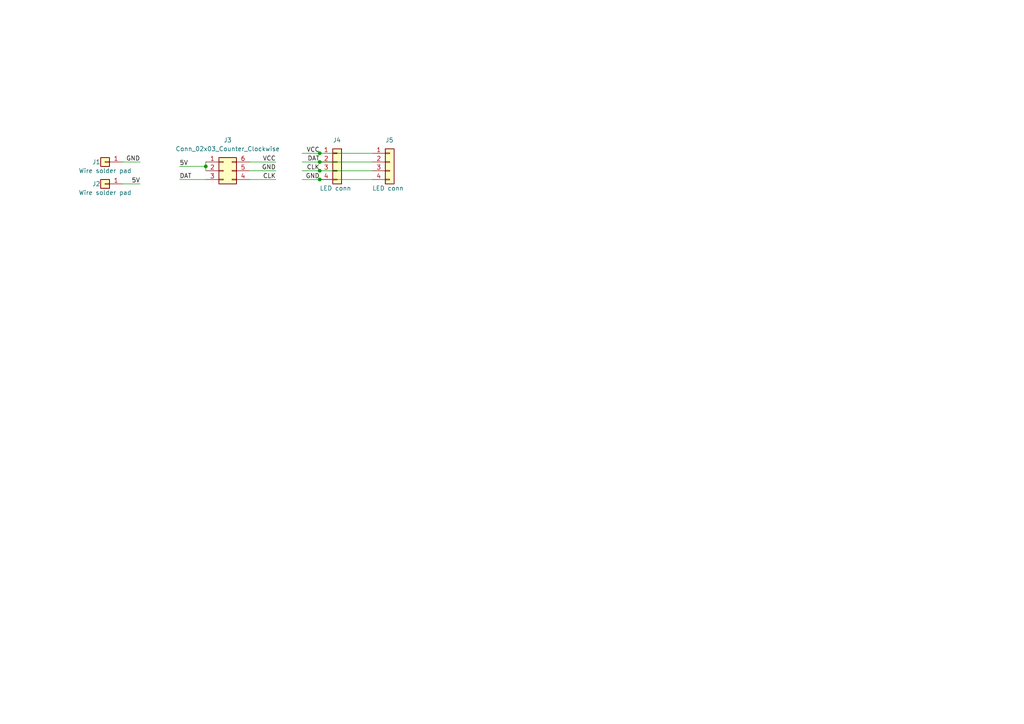
<source format=kicad_sch>
(kicad_sch (version 20211123) (generator eeschema)
  (paper "A4")
  (lib_symbols
    (symbol "Connector_Generic:Conn_01x01" (pin_names (offset 1.016) hide)
      (property "Reference" "J" (at 0 2.54 0))
      (property "Value" "Conn_01x01" (at 0 -2.54 0))
      (symbol "Conn_01x01_1_1"
        (rectangle (start -1.27 0.127) (end 0 -0.127) (stroke (width 0.1524)))
        (rectangle (start -1.27 1.27) (end 1.27 -1.27) (stroke (width 0.254)) (fill (type background)))
        (pin passive line (at -5.08 0 0) (length 3.81) (name "Pin_1") (number "1"))
      )
    )
    (symbol "Connector_Generic:Conn_01x04" (pin_names (offset 1.016) hide)
      (property "Reference" "J" (at 0 5.08 0))
      (property "Value" "Conn_01x04" (at 0 -7.62 0))
      (symbol "Conn_01x04_1_1"
        (rectangle (start -1.27 -4.953) (end 0 -5.207) (stroke (width 0.1524)))
        (rectangle (start -1.27 -2.413) (end 0 -2.667) (stroke (width 0.1524)))
        (rectangle (start -1.27 0.127) (end 0 -0.127) (stroke (width 0.1524)))
        (rectangle (start -1.27 2.667) (end 0 2.413) (stroke (width 0.1524)))
        (rectangle (start -1.27 3.81) (end 1.27 -6.35) (stroke (width 0.254)) (fill (type background)))
        (pin passive line (at -5.08 2.54 0) (length 3.81) (name "Pin_1") (number "1"))
        (pin passive line (at -5.08 0 0) (length 3.81) (name "Pin_2") (number "2"))
        (pin passive line (at -5.08 -2.54 0) (length 3.81) (name "Pin_3") (number "3"))
        (pin passive line (at -5.08 -5.08 0) (length 3.81) (name "Pin_4") (number "4"))
      )
    )
    (symbol "Connector_Generic:Conn_02x03_Counter_Clockwise" (pin_names (offset 1.016) hide)
      (property "Reference" "J" (at 1.27 5.08 0))
      (property "Value" "Conn_02x03_Counter_Clockwise" (at 1.27 -5.08 0))
      (symbol "Conn_02x03_Counter_Clockwise_1_1"
        (rectangle (start -1.27 -2.413) (end 0 -2.667) (stroke (width 0.1524)))
        (rectangle (start -1.27 0.127) (end 0 -0.127) (stroke (width 0.1524)))
        (rectangle (start -1.27 2.667) (end 0 2.413) (stroke (width 0.1524)))
        (rectangle (start -1.27 3.81) (end 3.81 -3.81) (stroke (width 0.254)) (fill (type background)))
        (rectangle (start 3.81 -2.413) (end 2.54 -2.667) (stroke (width 0.1524)))
        (rectangle (start 3.81 0.127) (end 2.54 -0.127) (stroke (width 0.1524)))
        (rectangle (start 3.81 2.667) (end 2.54 2.413) (stroke (width 0.1524)))
        (pin passive line (at -5.08 2.54 0) (length 3.81) (name "Pin_1") (number "1"))
        (pin passive line (at -5.08 0 0) (length 3.81) (name "Pin_2") (number "2"))
        (pin passive line (at -5.08 -2.54 0) (length 3.81) (name "Pin_3") (number "3"))
        (pin passive line (at 7.62 -2.54 180) (length 3.81) (name "Pin_4") (number "4"))
        (pin passive line (at 7.62 0 180) (length 3.81) (name "Pin_5") (number "5"))
        (pin passive line (at 7.62 2.54 180) (length 3.81) (name "Pin_6") (number "6"))
      )
    )
  )
  (junction (at 92.71 44.45))
  (junction (at 92.71 49.53))
  (junction (at 92.71 52.07))
  (junction (at 59.69 48.26))
  (junction (at 92.71 46.99))
  (wire (pts (xy 35.56 46.99) (xy 40.64 46.99)))
  (wire (pts (xy 92.71 44.45) (xy 107.95 44.45)))
  (wire (pts (xy 72.39 49.53) (xy 80.01 49.53)))
  (wire (pts (xy 72.39 46.99) (xy 80.01 46.99)))
  (wire (pts (xy 72.39 52.07) (xy 80.01 52.07)))
  (wire (pts (xy 52.07 52.07) (xy 59.69 52.07)))
  (wire (pts (xy 92.71 46.99) (xy 107.95 46.99)))
  (wire (pts (xy 59.69 48.26) (xy 59.69 49.53)))
  (wire (pts (xy 87.63 44.45) (xy 92.71 44.45)))
  (wire (pts (xy 87.63 46.99) (xy 92.71 46.99)))
  (wire (pts (xy 92.71 52.07) (xy 107.95 52.07)))
  (wire (pts (xy 59.69 46.99) (xy 59.69 48.26)))
  (wire (pts (xy 92.71 49.53) (xy 107.95 49.53)))
  (wire (pts (xy 52.07 48.26) (xy 59.69 48.26)))
  (wire (pts (xy 87.63 52.07) (xy 92.71 52.07)))
  (wire (pts (xy 35.56 53.34) (xy 40.64 53.34)))
  (wire (pts (xy 87.63 49.53) (xy 92.71 49.53)))
  (label "DAT" (at 92.71 46.99 180))
  (label "GND" (at 40.64 46.99 180))
  (label "CLK" (at 80.01 52.07 180))
  (label "DAT" (at 52.07 52.07 0))
  (label "GND" (at 80.01 49.53 180))
  (label "VCC" (at 80.01 46.99 180))
  (label "CLK" (at 92.71 49.53 180))
  (label "VCC" (at 92.71 44.45 180))
  (label "GND" (at 92.71 52.07 180))
  (label "5V" (at 52.07 48.26 0))
  (label "5V" (at 40.64 53.34 180))
  (symbol (lib_id "Connector_Generic:Conn_01x04") (at 97.79 46.99 0) (unit 1)
    (property "Reference" "J4" (at 96.52 40.64 0) (effects (justify left)))
    (property "Value" "LED conn" (at 92.71 54.61 0) (effects (justify left)))
    (property "Footprint" "Shurik:connector-4p-generic-nosilk" (effects hide))
  )
  (symbol (lib_id "Connector_Generic:Conn_01x01") (at 30.48 53.34 180) (unit 1)
    (property "Reference" "J2" (at 27.94 53.34 0))
    (property "Value" "Wire solder pad" (at 30.48 55.88 0))
    (property "Footprint" "TestPoint:TestPoint_Plated_Hole_D2.0mm" (effects hide))
  )
  (symbol (lib_id "Connector_Generic:Conn_01x04") (at 113.03 46.99 0) (unit 1)
    (property "Reference" "J5" (at 111.76 40.64 0) (effects (justify left)))
    (property "Value" "LED conn" (at 107.95 54.61 0) (effects (justify left)))
    (property "Footprint" "Shurik:connector-4p-generic-nosilk" (effects hide))
  )
  (symbol (lib_id "Connector_Generic:Conn_01x01") (at 30.48 46.99 180) (unit 1)
    (property "Reference" "J1" (at 27.94 46.99 0))
    (property "Value" "Wire solder pad" (at 30.48 49.53 0))
    (property "Footprint" "TestPoint:TestPoint_Plated_Hole_D2.0mm" (effects hide))
  )
  (symbol (lib_id "Connector_Generic:Conn_02x03_Counter_Clockwise") (at 64.77 49.53 0) (unit 1)
    (property "Reference" "J3" (at 66.04 40.64 0))
    (property "Value" "Conn_02x03_Counter_Clockwise" (at 66.04 43.18 0))
    (property "Footprint" "Connector_PinHeader_2.54mm:PinHeader_2x03_P2.54mm_Vertical" (effects hide))
  )
)
</source>
